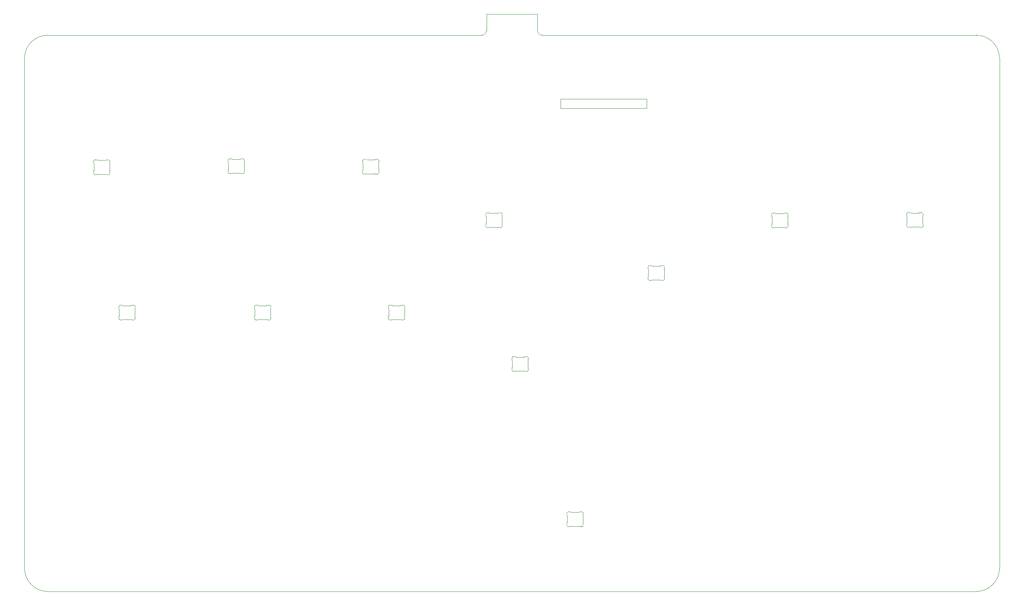
<source format=gbr>
%TF.GenerationSoftware,KiCad,Pcbnew,7.0.9*%
%TF.CreationDate,2024-03-26T15:37:35+08:00*%
%TF.ProjectId,Flatbox-LED-Mirrored,466c6174-626f-4782-9d4c-45442d4d6972,rev?*%
%TF.SameCoordinates,Original*%
%TF.FileFunction,Profile,NP*%
%FSLAX46Y46*%
G04 Gerber Fmt 4.6, Leading zero omitted, Abs format (unit mm)*
G04 Created by KiCad (PCBNEW 7.0.9) date 2024-03-26 15:37:35*
%MOMM*%
%LPD*%
G01*
G04 APERTURE LIST*
%TA.AperFunction,Profile*%
%ADD10C,0.050000*%
%TD*%
%TA.AperFunction,Profile*%
%ADD11C,0.100000*%
%TD*%
G04 APERTURE END LIST*
D10*
X156460000Y-43170000D02*
X156460000Y-39670000D01*
X168460000Y-44170000D02*
X261960000Y-44170000D01*
X56960000Y-159170000D02*
X56960000Y-49170000D01*
X261960000Y-164170000D02*
X61960000Y-164170000D01*
X266960000Y-49170000D02*
X266960000Y-159170000D01*
X61960000Y-44170000D02*
X155460000Y-44170000D01*
X156460000Y-39670000D02*
X167460000Y-39670000D01*
X190940000Y-59950000D02*
X190940000Y-57950000D01*
X167460000Y-39670000D02*
X167460000Y-43170000D01*
X172390000Y-57950000D02*
X190940000Y-57950000D01*
X190940000Y-59950000D02*
X172390000Y-59950000D01*
X167460000Y-43170000D02*
G75*
G03*
X168460000Y-44170000I1000000J0D01*
G01*
X56960000Y-159170000D02*
G75*
G03*
X61960000Y-164170000I5000000J0D01*
G01*
X61960000Y-44170000D02*
G75*
G03*
X56960000Y-49170000I0J-5000000D01*
G01*
X266960000Y-49170000D02*
G75*
G03*
X261960000Y-44170000I-5000000J0D01*
G01*
X155460000Y-44170000D02*
G75*
G03*
X156460000Y-43170000I0J1000000D01*
G01*
X261960000Y-164170000D02*
G75*
G03*
X266960000Y-159170000I0J5000000D01*
G01*
X172390000Y-59950000D02*
X172390000Y-57950000D01*
D11*
%TO.C,D15*%
X106550001Y-104712842D02*
X106550001Y-103307158D01*
X107455548Y-102510000D02*
X109044452Y-102510000D01*
X109044452Y-105509999D02*
X107455547Y-105509999D01*
X109949999Y-103307158D02*
X109949999Y-104712842D01*
X106550001Y-103307158D02*
G75*
G03*
X106500516Y-103090280I-500028J-7D01*
G01*
X107203289Y-102441701D02*
G75*
G03*
X106500516Y-103090281I-252256J-431703D01*
G01*
X106500516Y-104929720D02*
G75*
G03*
X106550001Y-104712843I-450505J216876D01*
G01*
X106500516Y-104929720D02*
G75*
G03*
X107203289Y-105578298I450510J-216883D01*
G01*
X107455547Y-105510000D02*
G75*
G03*
X107203289Y-105578299I-36J-499866D01*
G01*
X107203289Y-102441701D02*
G75*
G03*
X107455548Y-102510000I252325J431946D01*
G01*
X109296709Y-105578302D02*
G75*
G03*
X109044453Y-105510000I-252209J-431498D01*
G01*
X109044452Y-102509999D02*
G75*
G03*
X109296710Y-102441701I-2J500009D01*
G01*
X109999482Y-103090279D02*
G75*
G03*
X109296711Y-102441703I-450502J216889D01*
G01*
X109999479Y-103090278D02*
G75*
G03*
X109949999Y-103307157I450321J-216822D01*
G01*
X109296711Y-105578299D02*
G75*
G03*
X109999484Y-104929720I252264J431694D01*
G01*
X109949999Y-104712842D02*
G75*
G03*
X109999484Y-104929720I499301J-158D01*
G01*
%TO.C,D14*%
X135400001Y-104712842D02*
X135400001Y-103307158D01*
X136305548Y-102510000D02*
X137894452Y-102510000D01*
X137894452Y-105509999D02*
X136305547Y-105509999D01*
X138799999Y-103307158D02*
X138799999Y-104712842D01*
X135400001Y-103307158D02*
G75*
G03*
X135350516Y-103090280I-500028J-7D01*
G01*
X136053289Y-102441701D02*
G75*
G03*
X135350516Y-103090281I-252256J-431703D01*
G01*
X135350516Y-104929720D02*
G75*
G03*
X135400001Y-104712843I-450505J216876D01*
G01*
X135350516Y-104929720D02*
G75*
G03*
X136053289Y-105578298I450510J-216883D01*
G01*
X136305547Y-105510000D02*
G75*
G03*
X136053289Y-105578299I-36J-499866D01*
G01*
X136053289Y-102441701D02*
G75*
G03*
X136305548Y-102510000I252325J431946D01*
G01*
X138146709Y-105578302D02*
G75*
G03*
X137894453Y-105510000I-252209J-431498D01*
G01*
X137894452Y-102509999D02*
G75*
G03*
X138146710Y-102441701I-2J500009D01*
G01*
X138849482Y-103090279D02*
G75*
G03*
X138146711Y-102441703I-450502J216889D01*
G01*
X138849479Y-103090278D02*
G75*
G03*
X138799999Y-103307157I450321J-216822D01*
G01*
X138146711Y-105578299D02*
G75*
G03*
X138849484Y-104929720I252264J431694D01*
G01*
X138799999Y-104712842D02*
G75*
G03*
X138849484Y-104929720I499301J-158D01*
G01*
%TO.C,D16*%
X77340001Y-104712842D02*
X77340001Y-103307158D01*
X78245548Y-102510000D02*
X79834452Y-102510000D01*
X79834452Y-105509999D02*
X78245547Y-105509999D01*
X80739999Y-103307158D02*
X80739999Y-104712842D01*
X77340001Y-103307158D02*
G75*
G03*
X77290516Y-103090280I-500028J-7D01*
G01*
X77993289Y-102441701D02*
G75*
G03*
X77290516Y-103090281I-252256J-431703D01*
G01*
X77290516Y-104929720D02*
G75*
G03*
X77340001Y-104712843I-450505J216876D01*
G01*
X77290516Y-104929720D02*
G75*
G03*
X77993289Y-105578298I450510J-216883D01*
G01*
X78245547Y-105510000D02*
G75*
G03*
X77993289Y-105578299I-36J-499866D01*
G01*
X77993289Y-102441701D02*
G75*
G03*
X78245548Y-102510000I252325J431946D01*
G01*
X80086709Y-105578302D02*
G75*
G03*
X79834453Y-105510000I-252209J-431498D01*
G01*
X79834452Y-102509999D02*
G75*
G03*
X80086710Y-102441701I-2J500009D01*
G01*
X80789482Y-103090279D02*
G75*
G03*
X80086711Y-102441703I-450502J216889D01*
G01*
X80789479Y-103090278D02*
G75*
G03*
X80739999Y-103307157I450321J-216822D01*
G01*
X80086711Y-105578299D02*
G75*
G03*
X80789484Y-104929720I252264J431694D01*
G01*
X80739999Y-104712842D02*
G75*
G03*
X80789484Y-104929720I499301J-158D01*
G01*
%TO.C,D6*%
X129840001Y-73252842D02*
X129840001Y-71847158D01*
X130745548Y-71050000D02*
X132334452Y-71050000D01*
X132334452Y-74049999D02*
X130745547Y-74049999D01*
X133239999Y-71847158D02*
X133239999Y-73252842D01*
X129840001Y-71847158D02*
G75*
G03*
X129790516Y-71630280I-500028J-7D01*
G01*
X130493289Y-70981701D02*
G75*
G03*
X129790516Y-71630281I-252256J-431703D01*
G01*
X129790516Y-73469720D02*
G75*
G03*
X129840001Y-73252843I-450505J216876D01*
G01*
X129790516Y-73469720D02*
G75*
G03*
X130493289Y-74118298I450510J-216883D01*
G01*
X130745547Y-74050000D02*
G75*
G03*
X130493289Y-74118299I-36J-499866D01*
G01*
X130493289Y-70981701D02*
G75*
G03*
X130745548Y-71050000I252325J431946D01*
G01*
X132586709Y-74118302D02*
G75*
G03*
X132334453Y-74050000I-252209J-431498D01*
G01*
X132334452Y-71049999D02*
G75*
G03*
X132586710Y-70981701I-2J500009D01*
G01*
X133289482Y-71630279D02*
G75*
G03*
X132586711Y-70981703I-450502J216889D01*
G01*
X133289479Y-71630278D02*
G75*
G03*
X133239999Y-71847157I450321J-216822D01*
G01*
X132586711Y-74118299D02*
G75*
G03*
X133289484Y-73469720I252264J431694D01*
G01*
X133239999Y-73252842D02*
G75*
G03*
X133289484Y-73469720I499301J-158D01*
G01*
%TO.C,D5*%
X156400001Y-84782842D02*
X156400001Y-83377158D01*
X157305548Y-82580000D02*
X158894452Y-82580000D01*
X158894452Y-85579999D02*
X157305547Y-85579999D01*
X159799999Y-83377158D02*
X159799999Y-84782842D01*
X156400001Y-83377158D02*
G75*
G03*
X156350516Y-83160280I-500028J-7D01*
G01*
X157053289Y-82511701D02*
G75*
G03*
X156350516Y-83160281I-252256J-431703D01*
G01*
X156350516Y-84999720D02*
G75*
G03*
X156400001Y-84782843I-450505J216876D01*
G01*
X156350516Y-84999720D02*
G75*
G03*
X157053289Y-85648298I450510J-216883D01*
G01*
X157305547Y-85580000D02*
G75*
G03*
X157053289Y-85648299I-36J-499866D01*
G01*
X157053289Y-82511701D02*
G75*
G03*
X157305548Y-82580000I252325J431946D01*
G01*
X159146709Y-85648302D02*
G75*
G03*
X158894453Y-85580000I-252209J-431498D01*
G01*
X158894452Y-82579999D02*
G75*
G03*
X159146710Y-82511701I-2J500009D01*
G01*
X159849482Y-83160279D02*
G75*
G03*
X159146711Y-82511703I-450502J216889D01*
G01*
X159849479Y-83160278D02*
G75*
G03*
X159799999Y-83377157I450321J-216822D01*
G01*
X159146711Y-85648299D02*
G75*
G03*
X159849484Y-84999720I252264J431694D01*
G01*
X159799999Y-84782842D02*
G75*
G03*
X159849484Y-84999720I499301J-158D01*
G01*
%TO.C,D1*%
X173840001Y-149292842D02*
X173840001Y-147887158D01*
X174745548Y-147090000D02*
X176334452Y-147090000D01*
X176334452Y-150089999D02*
X174745547Y-150089999D01*
X177239999Y-147887158D02*
X177239999Y-149292842D01*
X173840001Y-147887158D02*
G75*
G03*
X173790516Y-147670280I-500028J-7D01*
G01*
X174493289Y-147021701D02*
G75*
G03*
X173790516Y-147670281I-252256J-431703D01*
G01*
X173790516Y-149509720D02*
G75*
G03*
X173840001Y-149292843I-450505J216876D01*
G01*
X173790516Y-149509720D02*
G75*
G03*
X174493289Y-150158298I450510J-216883D01*
G01*
X174745547Y-150090000D02*
G75*
G03*
X174493289Y-150158299I-36J-499866D01*
G01*
X174493289Y-147021701D02*
G75*
G03*
X174745548Y-147090000I252325J431946D01*
G01*
X176586709Y-150158302D02*
G75*
G03*
X176334453Y-150090000I-252209J-431498D01*
G01*
X176334452Y-147089999D02*
G75*
G03*
X176586710Y-147021701I-2J500009D01*
G01*
X177289482Y-147670279D02*
G75*
G03*
X176586711Y-147021703I-450502J216889D01*
G01*
X177289479Y-147670278D02*
G75*
G03*
X177239999Y-147887157I450321J-216822D01*
G01*
X176586711Y-150158299D02*
G75*
G03*
X177289484Y-149509720I252264J431694D01*
G01*
X177239999Y-149292842D02*
G75*
G03*
X177289484Y-149509720I499301J-158D01*
G01*
%TO.C,D4*%
X191340001Y-96192842D02*
X191340001Y-94787158D01*
X192245548Y-93990000D02*
X193834452Y-93990000D01*
X193834452Y-96989999D02*
X192245547Y-96989999D01*
X194739999Y-94787158D02*
X194739999Y-96192842D01*
X191340001Y-94787158D02*
G75*
G03*
X191290516Y-94570280I-500028J-7D01*
G01*
X191993289Y-93921701D02*
G75*
G03*
X191290516Y-94570281I-252256J-431703D01*
G01*
X191290516Y-96409720D02*
G75*
G03*
X191340001Y-96192843I-450505J216876D01*
G01*
X191290516Y-96409720D02*
G75*
G03*
X191993289Y-97058298I450510J-216883D01*
G01*
X192245547Y-96990000D02*
G75*
G03*
X191993289Y-97058299I-36J-499866D01*
G01*
X191993289Y-93921701D02*
G75*
G03*
X192245548Y-93990000I252325J431946D01*
G01*
X194086709Y-97058302D02*
G75*
G03*
X193834453Y-96990000I-252209J-431498D01*
G01*
X193834452Y-93989999D02*
G75*
G03*
X194086710Y-93921701I-2J500009D01*
G01*
X194789482Y-94570279D02*
G75*
G03*
X194086711Y-93921703I-450502J216889D01*
G01*
X194789479Y-94570278D02*
G75*
G03*
X194739999Y-94787157I450321J-216822D01*
G01*
X194086711Y-97058299D02*
G75*
G03*
X194789484Y-96409720I252264J431694D01*
G01*
X194739999Y-96192842D02*
G75*
G03*
X194789484Y-96409720I499301J-158D01*
G01*
%TO.C,D2*%
X247035001Y-84722842D02*
X247035001Y-83317158D01*
X247940548Y-82520000D02*
X249529452Y-82520000D01*
X249529452Y-85519999D02*
X247940547Y-85519999D01*
X250434999Y-83317158D02*
X250434999Y-84722842D01*
X247035001Y-83317158D02*
G75*
G03*
X246985516Y-83100280I-500028J-7D01*
G01*
X247688289Y-82451701D02*
G75*
G03*
X246985516Y-83100281I-252256J-431703D01*
G01*
X246985516Y-84939720D02*
G75*
G03*
X247035001Y-84722843I-450505J216876D01*
G01*
X246985516Y-84939720D02*
G75*
G03*
X247688289Y-85588298I450510J-216883D01*
G01*
X247940547Y-85520000D02*
G75*
G03*
X247688289Y-85588299I-36J-499866D01*
G01*
X247688289Y-82451701D02*
G75*
G03*
X247940548Y-82520000I252325J431946D01*
G01*
X249781709Y-85588302D02*
G75*
G03*
X249529453Y-85520000I-252209J-431498D01*
G01*
X249529452Y-82519999D02*
G75*
G03*
X249781710Y-82451701I-2J500009D01*
G01*
X250484482Y-83100279D02*
G75*
G03*
X249781711Y-82451703I-450502J216889D01*
G01*
X250484479Y-83100278D02*
G75*
G03*
X250434999Y-83317157I450321J-216822D01*
G01*
X249781711Y-85588299D02*
G75*
G03*
X250484484Y-84939720I252264J431694D01*
G01*
X250434999Y-84722842D02*
G75*
G03*
X250484484Y-84939720I499301J-158D01*
G01*
%TO.C,D13*%
X162010001Y-115822842D02*
X162010001Y-114417158D01*
X162915548Y-113620000D02*
X164504452Y-113620000D01*
X164504452Y-116619999D02*
X162915547Y-116619999D01*
X165409999Y-114417158D02*
X165409999Y-115822842D01*
X162010001Y-114417158D02*
G75*
G03*
X161960516Y-114200280I-500028J-7D01*
G01*
X162663289Y-113551701D02*
G75*
G03*
X161960516Y-114200281I-252256J-431703D01*
G01*
X161960516Y-116039720D02*
G75*
G03*
X162010001Y-115822843I-450505J216876D01*
G01*
X161960516Y-116039720D02*
G75*
G03*
X162663289Y-116688298I450510J-216883D01*
G01*
X162915547Y-116620000D02*
G75*
G03*
X162663289Y-116688299I-36J-499866D01*
G01*
X162663289Y-113551701D02*
G75*
G03*
X162915548Y-113620000I252325J431946D01*
G01*
X164756709Y-116688302D02*
G75*
G03*
X164504453Y-116620000I-252209J-431498D01*
G01*
X164504452Y-113619999D02*
G75*
G03*
X164756710Y-113551701I-2J500009D01*
G01*
X165459482Y-114200279D02*
G75*
G03*
X164756711Y-113551703I-450502J216889D01*
G01*
X165459479Y-114200278D02*
G75*
G03*
X165409999Y-114417157I450321J-216822D01*
G01*
X164756711Y-116688299D02*
G75*
G03*
X165459484Y-116039720I252264J431694D01*
G01*
X165409999Y-115822842D02*
G75*
G03*
X165459484Y-116039720I499301J-158D01*
G01*
%TO.C,D3*%
X217940001Y-84842842D02*
X217940001Y-83437158D01*
X218845548Y-82640000D02*
X220434452Y-82640000D01*
X220434452Y-85639999D02*
X218845547Y-85639999D01*
X221339999Y-83437158D02*
X221339999Y-84842842D01*
X217940001Y-83437158D02*
G75*
G03*
X217890516Y-83220280I-500028J-7D01*
G01*
X218593289Y-82571701D02*
G75*
G03*
X217890516Y-83220281I-252256J-431703D01*
G01*
X217890516Y-85059720D02*
G75*
G03*
X217940001Y-84842843I-450505J216876D01*
G01*
X217890516Y-85059720D02*
G75*
G03*
X218593289Y-85708298I450510J-216883D01*
G01*
X218845547Y-85640000D02*
G75*
G03*
X218593289Y-85708299I-36J-499866D01*
G01*
X218593289Y-82571701D02*
G75*
G03*
X218845548Y-82640000I252325J431946D01*
G01*
X220686709Y-85708302D02*
G75*
G03*
X220434453Y-85640000I-252209J-431498D01*
G01*
X220434452Y-82639999D02*
G75*
G03*
X220686710Y-82571701I-2J500009D01*
G01*
X221389482Y-83220279D02*
G75*
G03*
X220686711Y-82571703I-450502J216889D01*
G01*
X221389479Y-83220278D02*
G75*
G03*
X221339999Y-83437157I450321J-216822D01*
G01*
X220686711Y-85708299D02*
G75*
G03*
X221389484Y-85059720I252264J431694D01*
G01*
X221339999Y-84842842D02*
G75*
G03*
X221389484Y-85059720I499301J-158D01*
G01*
%TO.C,D7*%
X100870001Y-73132842D02*
X100870001Y-71727158D01*
X101775548Y-70930000D02*
X103364452Y-70930000D01*
X103364452Y-73929999D02*
X101775547Y-73929999D01*
X104269999Y-71727158D02*
X104269999Y-73132842D01*
X100870001Y-71727158D02*
G75*
G03*
X100820516Y-71510280I-500028J-7D01*
G01*
X101523289Y-70861701D02*
G75*
G03*
X100820516Y-71510281I-252256J-431703D01*
G01*
X100820516Y-73349720D02*
G75*
G03*
X100870001Y-73132843I-450505J216876D01*
G01*
X100820516Y-73349720D02*
G75*
G03*
X101523289Y-73998298I450510J-216883D01*
G01*
X101775547Y-73930000D02*
G75*
G03*
X101523289Y-73998299I-36J-499866D01*
G01*
X101523289Y-70861701D02*
G75*
G03*
X101775548Y-70930000I252325J431946D01*
G01*
X103616709Y-73998302D02*
G75*
G03*
X103364453Y-73930000I-252209J-431498D01*
G01*
X103364452Y-70929999D02*
G75*
G03*
X103616710Y-70861701I-2J500009D01*
G01*
X104319482Y-71510279D02*
G75*
G03*
X103616711Y-70861703I-450502J216889D01*
G01*
X104319479Y-71510278D02*
G75*
G03*
X104269999Y-71727157I450321J-216822D01*
G01*
X103616711Y-73998299D02*
G75*
G03*
X104319484Y-73349720I252264J431694D01*
G01*
X104269999Y-73132842D02*
G75*
G03*
X104319484Y-73349720I499301J-158D01*
G01*
%TO.C,D12*%
X71900001Y-73372842D02*
X71900001Y-71967158D01*
X72805548Y-71170000D02*
X74394452Y-71170000D01*
X74394452Y-74169999D02*
X72805547Y-74169999D01*
X75299999Y-71967158D02*
X75299999Y-73372842D01*
X71900001Y-71967158D02*
G75*
G03*
X71850516Y-71750280I-500028J-7D01*
G01*
X72553289Y-71101701D02*
G75*
G03*
X71850516Y-71750281I-252256J-431703D01*
G01*
X71850516Y-73589720D02*
G75*
G03*
X71900001Y-73372843I-450505J216876D01*
G01*
X71850516Y-73589720D02*
G75*
G03*
X72553289Y-74238298I450510J-216883D01*
G01*
X72805547Y-74170000D02*
G75*
G03*
X72553289Y-74238299I-36J-499866D01*
G01*
X72553289Y-71101701D02*
G75*
G03*
X72805548Y-71170000I252325J431946D01*
G01*
X74646709Y-74238302D02*
G75*
G03*
X74394453Y-74170000I-252209J-431498D01*
G01*
X74394452Y-71169999D02*
G75*
G03*
X74646710Y-71101701I-2J500009D01*
G01*
X75349482Y-71750279D02*
G75*
G03*
X74646711Y-71101703I-450502J216889D01*
G01*
X75349479Y-71750278D02*
G75*
G03*
X75299999Y-71967157I450321J-216822D01*
G01*
X74646711Y-74238299D02*
G75*
G03*
X75349484Y-73589720I252264J431694D01*
G01*
X75299999Y-73372842D02*
G75*
G03*
X75349484Y-73589720I499301J-158D01*
G01*
%TD*%
M02*

</source>
